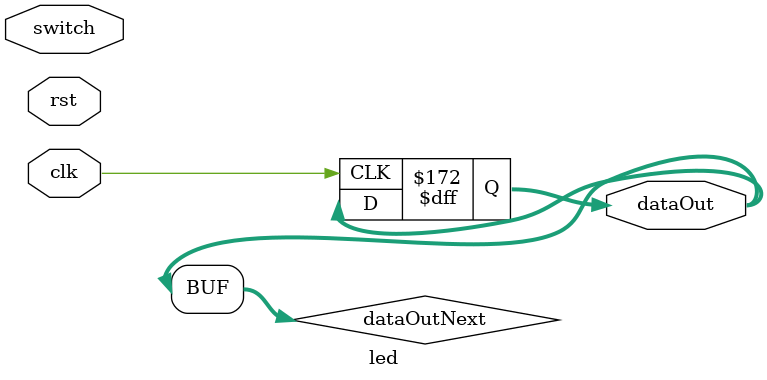
<source format=v>
`timescale 1ns / 1ps
module led(clk, rst,switch, dataOut);

input clk, rst;
input [7:0] switch;
output reg [7:0] dataOut;

reg [21:0] counter, counterNext;
reg [ 7:0] dataOutNext;
reg changeD=0;
reg changeDnext;
parameter COUNT = 50000000;
wire [3:0] mod1;

always @(posedge clk) begin
	counter <= #1 counterNext;
	dataOut <= #1 dataOutNext;
	changeD <= #1 changeDnext; 
end

always @(*) begin
	counterNext = counter;
	dataOutNext = dataOut;
	changeDnext = changeD;
	if(rst) begin
		dataOutNext = 8'b1000_0000;
		counterNext = 0;
		changeDnext = 0;
	end
	
	if(counter == COUNT -1)begin
	
	if(((switch[0]+switch[1]+switch[2]+switch[3]+switch[4]+switch[5]+switch[6]+switch[7])%4)==3)begin
	if(dataOut[6]==1)begin
		changeDnext=0;
		end
	if(dataOut[1]==1)begin
		changeDnext=1;
		end
	if(changeD == 0)begin
		dataOutNext = {dataOut[0], dataOut[7:1]};
		counterNext = 0;		
		end
	if(changeD==1) begin
		dataOutNext = {dataOut[6:0], dataOut[7]};
		counterNext = 0;
		end
		end
		end
	if(counter == COUNT -1)begin
	if((mod1) /4==2)begin
	dataOutNext = {dataOut[0], dataOut[7:1]};
		counterNext = 0;
		end 
		end
	if(counter == COUNT -1)begin
	if((mod1) /4==1)begin
	dataOutNext = {dataOut[6:0], dataOut[7]};
	counterNext = 0;
		end 
		end
		if(counter == COUNT -1)begin
	if((mod1) /4==0)begin
	dataOutNext[7:0]=1;
	counterNext = 0;
	end
	end
		else begin
		dataOutNext = dataOut;
		counterNext = counter +1;
		 
	end
end

endmodule


</source>
